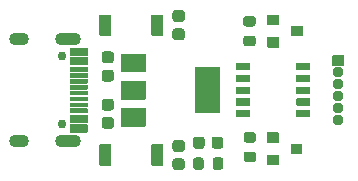
<source format=gbr>
%TF.GenerationSoftware,KiCad,Pcbnew,(5.1.8)-1*%
%TF.CreationDate,2020-12-30T11:25:41+08:00*%
%TF.ProjectId,downloader,646f776e-6c6f-4616-9465-722e6b696361,rev?*%
%TF.SameCoordinates,Original*%
%TF.FileFunction,Soldermask,Top*%
%TF.FilePolarity,Negative*%
%FSLAX46Y46*%
G04 Gerber Fmt 4.6, Leading zero omitted, Abs format (unit mm)*
G04 Created by KiCad (PCBNEW (5.1.8)-1) date 2020-12-30 11:25:41*
%MOMM*%
%LPD*%
G01*
G04 APERTURE LIST*
%ADD10O,0.950000X0.950000*%
%ADD11O,2.200000X1.100000*%
%ADD12C,0.750000*%
%ADD13O,1.700000X1.100000*%
G04 APERTURE END LIST*
%TO.C,R1*%
G36*
G01*
X118375000Y-99025000D02*
X118375000Y-98425000D01*
G75*
G02*
X118600000Y-98200000I225000J0D01*
G01*
X119050000Y-98200000D01*
G75*
G02*
X119275000Y-98425000I0J-225000D01*
G01*
X119275000Y-99025000D01*
G75*
G02*
X119050000Y-99250000I-225000J0D01*
G01*
X118600000Y-99250000D01*
G75*
G02*
X118375000Y-99025000I0J225000D01*
G01*
G37*
G36*
G01*
X116725000Y-99025000D02*
X116725000Y-98425000D01*
G75*
G02*
X116950000Y-98200000I225000J0D01*
G01*
X117400000Y-98200000D01*
G75*
G02*
X117625000Y-98425000I0J-225000D01*
G01*
X117625000Y-99025000D01*
G75*
G02*
X117400000Y-99250000I-225000J0D01*
G01*
X116950000Y-99250000D01*
G75*
G02*
X116725000Y-99025000I0J225000D01*
G01*
G37*
%TD*%
%TO.C,D1*%
G36*
G01*
X118300000Y-97231250D02*
X118300000Y-96668750D01*
G75*
G02*
X118543750Y-96425000I243750J0D01*
G01*
X119031250Y-96425000D01*
G75*
G02*
X119275000Y-96668750I0J-243750D01*
G01*
X119275000Y-97231250D01*
G75*
G02*
X119031250Y-97475000I-243750J0D01*
G01*
X118543750Y-97475000D01*
G75*
G02*
X118300000Y-97231250I0J243750D01*
G01*
G37*
G36*
G01*
X116725000Y-97231250D02*
X116725000Y-96668750D01*
G75*
G02*
X116968750Y-96425000I243750J0D01*
G01*
X117456250Y-96425000D01*
G75*
G02*
X117700000Y-96668750I0J-243750D01*
G01*
X117700000Y-97231250D01*
G75*
G02*
X117456250Y-97475000I-243750J0D01*
G01*
X116968750Y-97475000D01*
G75*
G02*
X116725000Y-97231250I0J243750D01*
G01*
G37*
%TD*%
%TO.C,U2*%
G36*
G01*
X125450000Y-90755001D02*
X125450000Y-90244999D01*
G75*
G02*
X125499999Y-90195000I49999J0D01*
G01*
X126600001Y-90195000D01*
G75*
G02*
X126650000Y-90244999I0J-49999D01*
G01*
X126650000Y-90755001D01*
G75*
G02*
X126600001Y-90805000I-49999J0D01*
G01*
X125499999Y-90805000D01*
G75*
G02*
X125450000Y-90755001I0J49999D01*
G01*
G37*
G36*
G01*
X125450000Y-91755001D02*
X125450000Y-91244999D01*
G75*
G02*
X125499999Y-91195000I49999J0D01*
G01*
X126600001Y-91195000D01*
G75*
G02*
X126650000Y-91244999I0J-49999D01*
G01*
X126650000Y-91755001D01*
G75*
G02*
X126600001Y-91805000I-49999J0D01*
G01*
X125499999Y-91805000D01*
G75*
G02*
X125450000Y-91755001I0J49999D01*
G01*
G37*
G36*
G01*
X120350000Y-94755001D02*
X120350000Y-94244999D01*
G75*
G02*
X120399999Y-94195000I49999J0D01*
G01*
X121500001Y-94195000D01*
G75*
G02*
X121550000Y-94244999I0J-49999D01*
G01*
X121550000Y-94755001D01*
G75*
G02*
X121500001Y-94805000I-49999J0D01*
G01*
X120399999Y-94805000D01*
G75*
G02*
X120350000Y-94755001I0J49999D01*
G01*
G37*
G36*
G01*
X125450000Y-92755001D02*
X125450000Y-92244999D01*
G75*
G02*
X125499999Y-92195000I49999J0D01*
G01*
X126600001Y-92195000D01*
G75*
G02*
X126650000Y-92244999I0J-49999D01*
G01*
X126650000Y-92755001D01*
G75*
G02*
X126600001Y-92805000I-49999J0D01*
G01*
X125499999Y-92805000D01*
G75*
G02*
X125450000Y-92755001I0J49999D01*
G01*
G37*
G36*
G01*
X125450000Y-93755001D02*
X125450000Y-93244999D01*
G75*
G02*
X125499999Y-93195000I49999J0D01*
G01*
X126600001Y-93195000D01*
G75*
G02*
X126650000Y-93244999I0J-49999D01*
G01*
X126650000Y-93755001D01*
G75*
G02*
X126600001Y-93805000I-49999J0D01*
G01*
X125499999Y-93805000D01*
G75*
G02*
X125450000Y-93755001I0J49999D01*
G01*
G37*
G36*
G01*
X125450000Y-94755001D02*
X125450000Y-94244999D01*
G75*
G02*
X125499999Y-94195000I49999J0D01*
G01*
X126600001Y-94195000D01*
G75*
G02*
X126650000Y-94244999I0J-49999D01*
G01*
X126650000Y-94755001D01*
G75*
G02*
X126600001Y-94805000I-49999J0D01*
G01*
X125499999Y-94805000D01*
G75*
G02*
X125450000Y-94755001I0J49999D01*
G01*
G37*
G36*
G01*
X120350000Y-93755001D02*
X120350000Y-93244999D01*
G75*
G02*
X120399999Y-93195000I49999J0D01*
G01*
X121500001Y-93195000D01*
G75*
G02*
X121550000Y-93244999I0J-49999D01*
G01*
X121550000Y-93755001D01*
G75*
G02*
X121500001Y-93805000I-49999J0D01*
G01*
X120399999Y-93805000D01*
G75*
G02*
X120350000Y-93755001I0J49999D01*
G01*
G37*
G36*
G01*
X120350000Y-92755001D02*
X120350000Y-92244999D01*
G75*
G02*
X120399999Y-92195000I49999J0D01*
G01*
X121500001Y-92195000D01*
G75*
G02*
X121550000Y-92244999I0J-49999D01*
G01*
X121550000Y-92755001D01*
G75*
G02*
X121500001Y-92805000I-49999J0D01*
G01*
X120399999Y-92805000D01*
G75*
G02*
X120350000Y-92755001I0J49999D01*
G01*
G37*
G36*
G01*
X120350000Y-91755001D02*
X120350000Y-91244999D01*
G75*
G02*
X120399999Y-91195000I49999J0D01*
G01*
X121500001Y-91195000D01*
G75*
G02*
X121550000Y-91244999I0J-49999D01*
G01*
X121550000Y-91755001D01*
G75*
G02*
X121500001Y-91805000I-49999J0D01*
G01*
X120399999Y-91805000D01*
G75*
G02*
X120350000Y-91755001I0J49999D01*
G01*
G37*
G36*
G01*
X120350000Y-90755001D02*
X120350000Y-90244999D01*
G75*
G02*
X120399999Y-90195000I49999J0D01*
G01*
X121500001Y-90195000D01*
G75*
G02*
X121550000Y-90244999I0J-49999D01*
G01*
X121550000Y-90755001D01*
G75*
G02*
X121500001Y-90805000I-49999J0D01*
G01*
X120399999Y-90805000D01*
G75*
G02*
X120350000Y-90755001I0J49999D01*
G01*
G37*
%TD*%
%TO.C,U1*%
G36*
G01*
X110600000Y-90950000D02*
X110600000Y-89450000D01*
G75*
G02*
X110650000Y-89400000I50000J0D01*
G01*
X112650000Y-89400000D01*
G75*
G02*
X112700000Y-89450000I0J-50000D01*
G01*
X112700000Y-90950000D01*
G75*
G02*
X112650000Y-91000000I-50000J0D01*
G01*
X110650000Y-91000000D01*
G75*
G02*
X110600000Y-90950000I0J50000D01*
G01*
G37*
G36*
G01*
X110600000Y-95550000D02*
X110600000Y-94050000D01*
G75*
G02*
X110650000Y-94000000I50000J0D01*
G01*
X112650000Y-94000000D01*
G75*
G02*
X112700000Y-94050000I0J-50000D01*
G01*
X112700000Y-95550000D01*
G75*
G02*
X112650000Y-95600000I-50000J0D01*
G01*
X110650000Y-95600000D01*
G75*
G02*
X110600000Y-95550000I0J50000D01*
G01*
G37*
G36*
G01*
X110600000Y-93250000D02*
X110600000Y-91750000D01*
G75*
G02*
X110650000Y-91700000I50000J0D01*
G01*
X112650000Y-91700000D01*
G75*
G02*
X112700000Y-91750000I0J-50000D01*
G01*
X112700000Y-93250000D01*
G75*
G02*
X112650000Y-93300000I-50000J0D01*
G01*
X110650000Y-93300000D01*
G75*
G02*
X110600000Y-93250000I0J50000D01*
G01*
G37*
G36*
G01*
X116900000Y-94400000D02*
X116900000Y-90600000D01*
G75*
G02*
X116950000Y-90550000I50000J0D01*
G01*
X118950000Y-90550000D01*
G75*
G02*
X119000000Y-90600000I0J-50000D01*
G01*
X119000000Y-94400000D01*
G75*
G02*
X118950000Y-94450000I-50000J0D01*
G01*
X116950000Y-94450000D01*
G75*
G02*
X116900000Y-94400000I0J50000D01*
G01*
G37*
%TD*%
%TO.C,SW2*%
G36*
G01*
X113200000Y-98850000D02*
X113200000Y-97150000D01*
G75*
G02*
X113250000Y-97100000I50000J0D01*
G01*
X114150000Y-97100000D01*
G75*
G02*
X114200000Y-97150000I0J-50000D01*
G01*
X114200000Y-98850000D01*
G75*
G02*
X114150000Y-98900000I-50000J0D01*
G01*
X113250000Y-98900000D01*
G75*
G02*
X113200000Y-98850000I0J50000D01*
G01*
G37*
G36*
G01*
X108800000Y-98850000D02*
X108800000Y-97150000D01*
G75*
G02*
X108850000Y-97100000I50000J0D01*
G01*
X109750000Y-97100000D01*
G75*
G02*
X109800000Y-97150000I0J-50000D01*
G01*
X109800000Y-98850000D01*
G75*
G02*
X109750000Y-98900000I-50000J0D01*
G01*
X108850000Y-98900000D01*
G75*
G02*
X108800000Y-98850000I0J50000D01*
G01*
G37*
%TD*%
%TO.C,SW1*%
G36*
G01*
X113200000Y-87850000D02*
X113200000Y-86150000D01*
G75*
G02*
X113250000Y-86100000I50000J0D01*
G01*
X114150000Y-86100000D01*
G75*
G02*
X114200000Y-86150000I0J-50000D01*
G01*
X114200000Y-87850000D01*
G75*
G02*
X114150000Y-87900000I-50000J0D01*
G01*
X113250000Y-87900000D01*
G75*
G02*
X113200000Y-87850000I0J50000D01*
G01*
G37*
G36*
G01*
X108800000Y-87850000D02*
X108800000Y-86150000D01*
G75*
G02*
X108850000Y-86100000I50000J0D01*
G01*
X109750000Y-86100000D01*
G75*
G02*
X109800000Y-86150000I0J-50000D01*
G01*
X109800000Y-87850000D01*
G75*
G02*
X109750000Y-87900000I-50000J0D01*
G01*
X108850000Y-87900000D01*
G75*
G02*
X108800000Y-87850000I0J50000D01*
G01*
G37*
%TD*%
%TO.C,R3*%
G36*
G01*
X121225000Y-97700000D02*
X121825000Y-97700000D01*
G75*
G02*
X122050000Y-97925000I0J-225000D01*
G01*
X122050000Y-98375000D01*
G75*
G02*
X121825000Y-98600000I-225000J0D01*
G01*
X121225000Y-98600000D01*
G75*
G02*
X121000000Y-98375000I0J225000D01*
G01*
X121000000Y-97925000D01*
G75*
G02*
X121225000Y-97700000I225000J0D01*
G01*
G37*
G36*
G01*
X121225000Y-96050000D02*
X121825000Y-96050000D01*
G75*
G02*
X122050000Y-96275000I0J-225000D01*
G01*
X122050000Y-96725000D01*
G75*
G02*
X121825000Y-96950000I-225000J0D01*
G01*
X121225000Y-96950000D01*
G75*
G02*
X121000000Y-96725000I0J225000D01*
G01*
X121000000Y-96275000D01*
G75*
G02*
X121225000Y-96050000I225000J0D01*
G01*
G37*
%TD*%
%TO.C,R2*%
G36*
G01*
X121200000Y-87875000D02*
X121800000Y-87875000D01*
G75*
G02*
X122025000Y-88100000I0J-225000D01*
G01*
X122025000Y-88550000D01*
G75*
G02*
X121800000Y-88775000I-225000J0D01*
G01*
X121200000Y-88775000D01*
G75*
G02*
X120975000Y-88550000I0J225000D01*
G01*
X120975000Y-88100000D01*
G75*
G02*
X121200000Y-87875000I225000J0D01*
G01*
G37*
G36*
G01*
X121200000Y-86225000D02*
X121800000Y-86225000D01*
G75*
G02*
X122025000Y-86450000I0J-225000D01*
G01*
X122025000Y-86900000D01*
G75*
G02*
X121800000Y-87125000I-225000J0D01*
G01*
X121200000Y-87125000D01*
G75*
G02*
X120975000Y-86900000I0J225000D01*
G01*
X120975000Y-86450000D01*
G75*
G02*
X121200000Y-86225000I225000J0D01*
G01*
G37*
%TD*%
%TO.C,Q2*%
G36*
G01*
X124975000Y-97875000D02*
X124975000Y-97075000D01*
G75*
G02*
X125025000Y-97025000I50000J0D01*
G01*
X125925000Y-97025000D01*
G75*
G02*
X125975000Y-97075000I0J-50000D01*
G01*
X125975000Y-97875000D01*
G75*
G02*
X125925000Y-97925000I-50000J0D01*
G01*
X125025000Y-97925000D01*
G75*
G02*
X124975000Y-97875000I0J50000D01*
G01*
G37*
G36*
G01*
X122975000Y-98825000D02*
X122975000Y-98025000D01*
G75*
G02*
X123025000Y-97975000I50000J0D01*
G01*
X123925000Y-97975000D01*
G75*
G02*
X123975000Y-98025000I0J-50000D01*
G01*
X123975000Y-98825000D01*
G75*
G02*
X123925000Y-98875000I-50000J0D01*
G01*
X123025000Y-98875000D01*
G75*
G02*
X122975000Y-98825000I0J50000D01*
G01*
G37*
G36*
G01*
X122975000Y-96925000D02*
X122975000Y-96125000D01*
G75*
G02*
X123025000Y-96075000I50000J0D01*
G01*
X123925000Y-96075000D01*
G75*
G02*
X123975000Y-96125000I0J-50000D01*
G01*
X123975000Y-96925000D01*
G75*
G02*
X123925000Y-96975000I-50000J0D01*
G01*
X123025000Y-96975000D01*
G75*
G02*
X122975000Y-96925000I0J50000D01*
G01*
G37*
%TD*%
%TO.C,Q1*%
G36*
G01*
X125000000Y-87900000D02*
X125000000Y-87100000D01*
G75*
G02*
X125050000Y-87050000I50000J0D01*
G01*
X125950000Y-87050000D01*
G75*
G02*
X126000000Y-87100000I0J-50000D01*
G01*
X126000000Y-87900000D01*
G75*
G02*
X125950000Y-87950000I-50000J0D01*
G01*
X125050000Y-87950000D01*
G75*
G02*
X125000000Y-87900000I0J50000D01*
G01*
G37*
G36*
G01*
X123000000Y-88850000D02*
X123000000Y-88050000D01*
G75*
G02*
X123050000Y-88000000I50000J0D01*
G01*
X123950000Y-88000000D01*
G75*
G02*
X124000000Y-88050000I0J-50000D01*
G01*
X124000000Y-88850000D01*
G75*
G02*
X123950000Y-88900000I-50000J0D01*
G01*
X123050000Y-88900000D01*
G75*
G02*
X123000000Y-88850000I0J50000D01*
G01*
G37*
G36*
G01*
X123000000Y-86950000D02*
X123000000Y-86150000D01*
G75*
G02*
X123050000Y-86100000I50000J0D01*
G01*
X123950000Y-86100000D01*
G75*
G02*
X124000000Y-86150000I0J-50000D01*
G01*
X124000000Y-86950000D01*
G75*
G02*
X123950000Y-87000000I-50000J0D01*
G01*
X123050000Y-87000000D01*
G75*
G02*
X123000000Y-86950000I0J50000D01*
G01*
G37*
%TD*%
D10*
%TO.C,J2*%
X129000000Y-95000000D03*
X129000000Y-94000000D03*
X129000000Y-93000000D03*
X129000000Y-92000000D03*
X129000000Y-91000000D03*
G36*
G01*
X128525000Y-90425000D02*
X128525000Y-89575000D01*
G75*
G02*
X128575000Y-89525000I50000J0D01*
G01*
X129425000Y-89525000D01*
G75*
G02*
X129475000Y-89575000I0J-50000D01*
G01*
X129475000Y-90425000D01*
G75*
G02*
X129425000Y-90475000I-50000J0D01*
G01*
X128575000Y-90475000D01*
G75*
G02*
X128525000Y-90425000I0J50000D01*
G01*
G37*
%TD*%
%TO.C,J1*%
G36*
G01*
X106320000Y-95400000D02*
X107770000Y-95400000D01*
G75*
G02*
X107820000Y-95450000I0J-50000D01*
G01*
X107820000Y-96050000D01*
G75*
G02*
X107770000Y-96100000I-50000J0D01*
G01*
X106320000Y-96100000D01*
G75*
G02*
X106270000Y-96050000I0J50000D01*
G01*
X106270000Y-95450000D01*
G75*
G02*
X106320000Y-95400000I50000J0D01*
G01*
G37*
G36*
G01*
X106320000Y-94600000D02*
X107770000Y-94600000D01*
G75*
G02*
X107820000Y-94650000I0J-50000D01*
G01*
X107820000Y-95250000D01*
G75*
G02*
X107770000Y-95300000I-50000J0D01*
G01*
X106320000Y-95300000D01*
G75*
G02*
X106270000Y-95250000I0J50000D01*
G01*
X106270000Y-94650000D01*
G75*
G02*
X106320000Y-94600000I50000J0D01*
G01*
G37*
G36*
G01*
X106320000Y-89700000D02*
X107770000Y-89700000D01*
G75*
G02*
X107820000Y-89750000I0J-50000D01*
G01*
X107820000Y-90350000D01*
G75*
G02*
X107770000Y-90400000I-50000J0D01*
G01*
X106320000Y-90400000D01*
G75*
G02*
X106270000Y-90350000I0J50000D01*
G01*
X106270000Y-89750000D01*
G75*
G02*
X106320000Y-89700000I50000J0D01*
G01*
G37*
G36*
G01*
X106320000Y-88900000D02*
X107770000Y-88900000D01*
G75*
G02*
X107820000Y-88950000I0J-50000D01*
G01*
X107820000Y-89550000D01*
G75*
G02*
X107770000Y-89600000I-50000J0D01*
G01*
X106320000Y-89600000D01*
G75*
G02*
X106270000Y-89550000I0J50000D01*
G01*
X106270000Y-88950000D01*
G75*
G02*
X106320000Y-88900000I50000J0D01*
G01*
G37*
G36*
G01*
X106320000Y-88900000D02*
X107770000Y-88900000D01*
G75*
G02*
X107820000Y-88950000I0J-50000D01*
G01*
X107820000Y-89550000D01*
G75*
G02*
X107770000Y-89600000I-50000J0D01*
G01*
X106320000Y-89600000D01*
G75*
G02*
X106270000Y-89550000I0J50000D01*
G01*
X106270000Y-88950000D01*
G75*
G02*
X106320000Y-88900000I50000J0D01*
G01*
G37*
G36*
G01*
X106320000Y-89700000D02*
X107770000Y-89700000D01*
G75*
G02*
X107820000Y-89750000I0J-50000D01*
G01*
X107820000Y-90350000D01*
G75*
G02*
X107770000Y-90400000I-50000J0D01*
G01*
X106320000Y-90400000D01*
G75*
G02*
X106270000Y-90350000I0J50000D01*
G01*
X106270000Y-89750000D01*
G75*
G02*
X106320000Y-89700000I50000J0D01*
G01*
G37*
G36*
G01*
X106320000Y-94600000D02*
X107770000Y-94600000D01*
G75*
G02*
X107820000Y-94650000I0J-50000D01*
G01*
X107820000Y-95250000D01*
G75*
G02*
X107770000Y-95300000I-50000J0D01*
G01*
X106320000Y-95300000D01*
G75*
G02*
X106270000Y-95250000I0J50000D01*
G01*
X106270000Y-94650000D01*
G75*
G02*
X106320000Y-94600000I50000J0D01*
G01*
G37*
G36*
G01*
X106320000Y-95400000D02*
X107770000Y-95400000D01*
G75*
G02*
X107820000Y-95450000I0J-50000D01*
G01*
X107820000Y-96050000D01*
G75*
G02*
X107770000Y-96100000I-50000J0D01*
G01*
X106320000Y-96100000D01*
G75*
G02*
X106270000Y-96050000I0J50000D01*
G01*
X106270000Y-95450000D01*
G75*
G02*
X106320000Y-95400000I50000J0D01*
G01*
G37*
G36*
G01*
X106320000Y-90550000D02*
X107770000Y-90550000D01*
G75*
G02*
X107820000Y-90600000I0J-50000D01*
G01*
X107820000Y-90900000D01*
G75*
G02*
X107770000Y-90950000I-50000J0D01*
G01*
X106320000Y-90950000D01*
G75*
G02*
X106270000Y-90900000I0J50000D01*
G01*
X106270000Y-90600000D01*
G75*
G02*
X106320000Y-90550000I50000J0D01*
G01*
G37*
G36*
G01*
X106320000Y-91050000D02*
X107770000Y-91050000D01*
G75*
G02*
X107820000Y-91100000I0J-50000D01*
G01*
X107820000Y-91400000D01*
G75*
G02*
X107770000Y-91450000I-50000J0D01*
G01*
X106320000Y-91450000D01*
G75*
G02*
X106270000Y-91400000I0J50000D01*
G01*
X106270000Y-91100000D01*
G75*
G02*
X106320000Y-91050000I50000J0D01*
G01*
G37*
G36*
G01*
X106320000Y-91550000D02*
X107770000Y-91550000D01*
G75*
G02*
X107820000Y-91600000I0J-50000D01*
G01*
X107820000Y-91900000D01*
G75*
G02*
X107770000Y-91950000I-50000J0D01*
G01*
X106320000Y-91950000D01*
G75*
G02*
X106270000Y-91900000I0J50000D01*
G01*
X106270000Y-91600000D01*
G75*
G02*
X106320000Y-91550000I50000J0D01*
G01*
G37*
G36*
G01*
X106320000Y-92550000D02*
X107770000Y-92550000D01*
G75*
G02*
X107820000Y-92600000I0J-50000D01*
G01*
X107820000Y-92900000D01*
G75*
G02*
X107770000Y-92950000I-50000J0D01*
G01*
X106320000Y-92950000D01*
G75*
G02*
X106270000Y-92900000I0J50000D01*
G01*
X106270000Y-92600000D01*
G75*
G02*
X106320000Y-92550000I50000J0D01*
G01*
G37*
G36*
G01*
X106320000Y-93050000D02*
X107770000Y-93050000D01*
G75*
G02*
X107820000Y-93100000I0J-50000D01*
G01*
X107820000Y-93400000D01*
G75*
G02*
X107770000Y-93450000I-50000J0D01*
G01*
X106320000Y-93450000D01*
G75*
G02*
X106270000Y-93400000I0J50000D01*
G01*
X106270000Y-93100000D01*
G75*
G02*
X106320000Y-93050000I50000J0D01*
G01*
G37*
G36*
G01*
X106320000Y-93550000D02*
X107770000Y-93550000D01*
G75*
G02*
X107820000Y-93600000I0J-50000D01*
G01*
X107820000Y-93900000D01*
G75*
G02*
X107770000Y-93950000I-50000J0D01*
G01*
X106320000Y-93950000D01*
G75*
G02*
X106270000Y-93900000I0J50000D01*
G01*
X106270000Y-93600000D01*
G75*
G02*
X106320000Y-93550000I50000J0D01*
G01*
G37*
G36*
G01*
X106320000Y-94050000D02*
X107770000Y-94050000D01*
G75*
G02*
X107820000Y-94100000I0J-50000D01*
G01*
X107820000Y-94400000D01*
G75*
G02*
X107770000Y-94450000I-50000J0D01*
G01*
X106320000Y-94450000D01*
G75*
G02*
X106270000Y-94400000I0J50000D01*
G01*
X106270000Y-94100000D01*
G75*
G02*
X106320000Y-94050000I50000J0D01*
G01*
G37*
G36*
G01*
X106320000Y-92050000D02*
X107770000Y-92050000D01*
G75*
G02*
X107820000Y-92100000I0J-50000D01*
G01*
X107820000Y-92400000D01*
G75*
G02*
X107770000Y-92450000I-50000J0D01*
G01*
X106320000Y-92450000D01*
G75*
G02*
X106270000Y-92400000I0J50000D01*
G01*
X106270000Y-92100000D01*
G75*
G02*
X106320000Y-92050000I50000J0D01*
G01*
G37*
D11*
X106130000Y-96820000D03*
X106130000Y-88180000D03*
D12*
X105600000Y-89610000D03*
D13*
X101950000Y-88180000D03*
D12*
X105600000Y-95390000D03*
D13*
X101950000Y-96820000D03*
%TD*%
%TO.C,C4*%
G36*
G01*
X115775000Y-97725000D02*
X115225000Y-97725000D01*
G75*
G02*
X114975000Y-97475000I0J250000D01*
G01*
X114975000Y-96975000D01*
G75*
G02*
X115225000Y-96725000I250000J0D01*
G01*
X115775000Y-96725000D01*
G75*
G02*
X116025000Y-96975000I0J-250000D01*
G01*
X116025000Y-97475000D01*
G75*
G02*
X115775000Y-97725000I-250000J0D01*
G01*
G37*
G36*
G01*
X115775000Y-99275000D02*
X115225000Y-99275000D01*
G75*
G02*
X114975000Y-99025000I0J250000D01*
G01*
X114975000Y-98525000D01*
G75*
G02*
X115225000Y-98275000I250000J0D01*
G01*
X115775000Y-98275000D01*
G75*
G02*
X116025000Y-98525000I0J-250000D01*
G01*
X116025000Y-99025000D01*
G75*
G02*
X115775000Y-99275000I-250000J0D01*
G01*
G37*
%TD*%
%TO.C,C2*%
G36*
G01*
X115775000Y-86725000D02*
X115225000Y-86725000D01*
G75*
G02*
X114975000Y-86475000I0J250000D01*
G01*
X114975000Y-85975000D01*
G75*
G02*
X115225000Y-85725000I250000J0D01*
G01*
X115775000Y-85725000D01*
G75*
G02*
X116025000Y-85975000I0J-250000D01*
G01*
X116025000Y-86475000D01*
G75*
G02*
X115775000Y-86725000I-250000J0D01*
G01*
G37*
G36*
G01*
X115775000Y-88275000D02*
X115225000Y-88275000D01*
G75*
G02*
X114975000Y-88025000I0J250000D01*
G01*
X114975000Y-87525000D01*
G75*
G02*
X115225000Y-87275000I250000J0D01*
G01*
X115775000Y-87275000D01*
G75*
G02*
X116025000Y-87525000I0J-250000D01*
G01*
X116025000Y-88025000D01*
G75*
G02*
X115775000Y-88275000I-250000J0D01*
G01*
G37*
%TD*%
%TO.C,C3*%
G36*
G01*
X109775000Y-94225000D02*
X109225000Y-94225000D01*
G75*
G02*
X108975000Y-93975000I0J250000D01*
G01*
X108975000Y-93475000D01*
G75*
G02*
X109225000Y-93225000I250000J0D01*
G01*
X109775000Y-93225000D01*
G75*
G02*
X110025000Y-93475000I0J-250000D01*
G01*
X110025000Y-93975000D01*
G75*
G02*
X109775000Y-94225000I-250000J0D01*
G01*
G37*
G36*
G01*
X109775000Y-95775000D02*
X109225000Y-95775000D01*
G75*
G02*
X108975000Y-95525000I0J250000D01*
G01*
X108975000Y-95025000D01*
G75*
G02*
X109225000Y-94775000I250000J0D01*
G01*
X109775000Y-94775000D01*
G75*
G02*
X110025000Y-95025000I0J-250000D01*
G01*
X110025000Y-95525000D01*
G75*
G02*
X109775000Y-95775000I-250000J0D01*
G01*
G37*
%TD*%
%TO.C,C1*%
G36*
G01*
X109225000Y-90775000D02*
X109775000Y-90775000D01*
G75*
G02*
X110025000Y-91025000I0J-250000D01*
G01*
X110025000Y-91525000D01*
G75*
G02*
X109775000Y-91775000I-250000J0D01*
G01*
X109225000Y-91775000D01*
G75*
G02*
X108975000Y-91525000I0J250000D01*
G01*
X108975000Y-91025000D01*
G75*
G02*
X109225000Y-90775000I250000J0D01*
G01*
G37*
G36*
G01*
X109225000Y-89225000D02*
X109775000Y-89225000D01*
G75*
G02*
X110025000Y-89475000I0J-250000D01*
G01*
X110025000Y-89975000D01*
G75*
G02*
X109775000Y-90225000I-250000J0D01*
G01*
X109225000Y-90225000D01*
G75*
G02*
X108975000Y-89975000I0J250000D01*
G01*
X108975000Y-89475000D01*
G75*
G02*
X109225000Y-89225000I250000J0D01*
G01*
G37*
%TD*%
M02*

</source>
